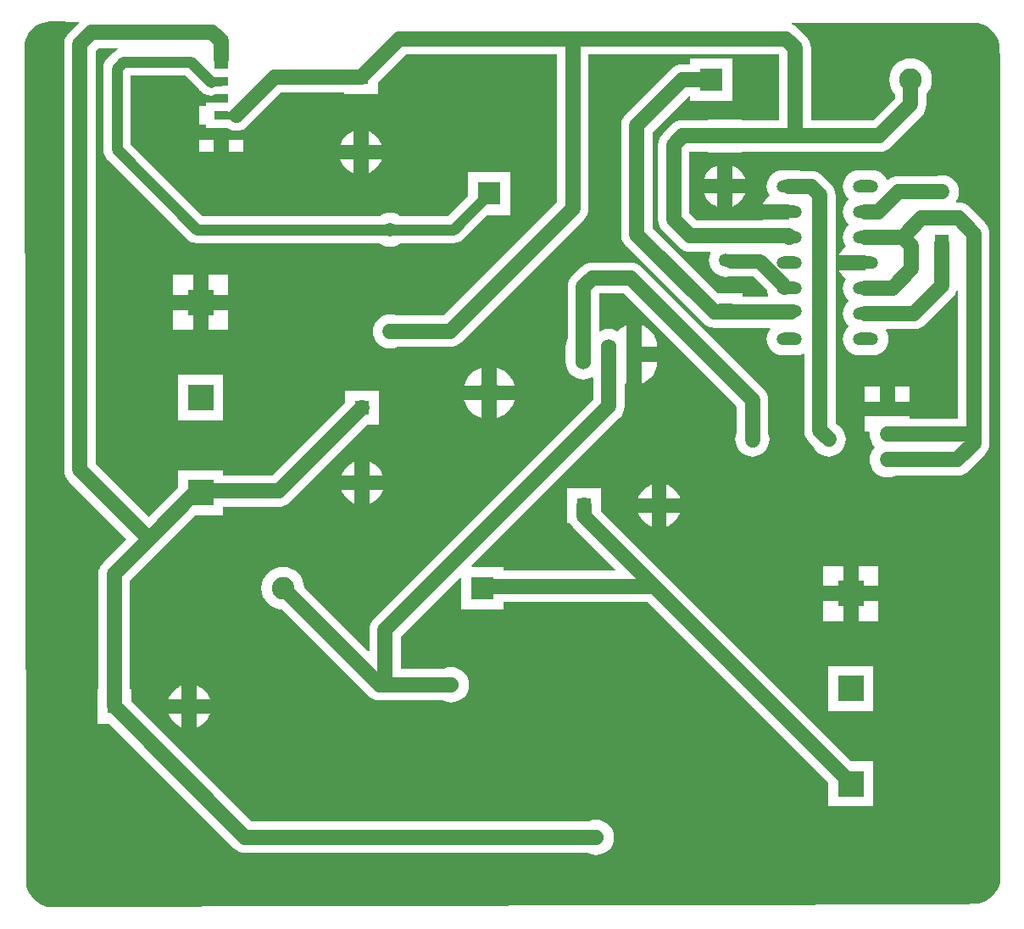
<source format=gtl>
G04*
G04 #@! TF.GenerationSoftware,Altium Limited,Altium Designer,22.5.1 (42)*
G04*
G04 Layer_Physical_Order=1*
G04 Layer_Color=255*
%FSLAX44Y44*%
%MOMM*%
G71*
G04*
G04 #@! TF.SameCoordinates,9AAE9822-52E9-4CA5-9BA1-C6C8D3A4EDC0*
G04*
G04*
G04 #@! TF.FilePolarity,Positive*
G04*
G01*
G75*
%ADD17R,1.4000X0.9500*%
%ADD34C,1.5240*%
%ADD35C,0.8000*%
%ADD36C,1.5000*%
%ADD37C,1.4000*%
%ADD38C,1.1000*%
%ADD39R,2.5000X2.5000*%
%ADD40C,2.2500*%
%ADD41R,2.2500X2.2500*%
%ADD42C,1.3500*%
%ADD43R,1.3500X1.3500*%
%ADD44C,1.4000*%
%ADD45R,1.4000X1.4000*%
%ADD46R,1.4000X1.4000*%
%ADD47C,1.5240*%
%ADD48O,2.5400X1.2700*%
%ADD49C,0.6000*%
%ADD50R,2.2500X2.2500*%
%ADD51O,1.5240X3.0480*%
%ADD52R,1.5000X1.5000*%
%ADD53C,1.5000*%
G36*
X11417Y743760D02*
X14348Y743756D01*
X14603Y743736D01*
X14604Y743756D01*
X40452Y743720D01*
X40937Y742547D01*
X30812Y732421D01*
X28860Y730043D01*
X27409Y727329D01*
X26516Y724385D01*
X26214Y721323D01*
Y295910D01*
X26516Y292848D01*
X27409Y289904D01*
X28860Y287190D01*
X30812Y284811D01*
X88638Y226985D01*
X65031Y203379D01*
X63080Y201000D01*
X61629Y198286D01*
X60736Y195342D01*
X60434Y192280D01*
Y76690D01*
X59130D01*
Y42690D01*
X70933D01*
X195842Y-82219D01*
X198220Y-84170D01*
X200934Y-85621D01*
X203878Y-86514D01*
X206940Y-86816D01*
X549516D01*
X550755Y-87478D01*
X554076Y-88485D01*
X557530Y-88825D01*
X560984Y-88485D01*
X564305Y-87478D01*
X567366Y-85841D01*
X570050Y-83639D01*
X572251Y-80956D01*
X573887Y-77895D01*
X574895Y-74574D01*
X575235Y-71120D01*
X574895Y-67666D01*
X573887Y-64345D01*
X572251Y-61283D01*
X570050Y-58601D01*
X567366Y-56399D01*
X564305Y-54763D01*
X560984Y-53755D01*
X557530Y-53415D01*
X554076Y-53755D01*
X550755Y-54763D01*
X549516Y-55424D01*
X213441D01*
X93130Y64887D01*
Y76690D01*
X91826D01*
Y185779D01*
X121933Y215887D01*
X121934Y215887D01*
X156847Y250800D01*
X184980D01*
Y259124D01*
X240530D01*
X243592Y259426D01*
X246537Y260319D01*
X249250Y261770D01*
X251628Y263722D01*
X329047Y341140D01*
X340850D01*
Y375140D01*
X306850D01*
Y363337D01*
X234029Y290516D01*
X184980D01*
Y295800D01*
X139980D01*
Y278327D01*
X110835Y249182D01*
X57606Y302411D01*
Y714821D01*
X60039Y717254D01*
X79601D01*
X80017Y716052D01*
X78375Y715372D01*
X75555Y713208D01*
X69112Y706765D01*
X66948Y703945D01*
X65588Y700660D01*
X65124Y697136D01*
Y616051D01*
X65588Y612527D01*
X66948Y609243D01*
X69112Y606423D01*
X149223Y526312D01*
X150242Y525530D01*
X152043Y524148D01*
X153967Y523351D01*
X155327Y522788D01*
X158851Y522323D01*
X341585D01*
X342300Y521737D01*
X345253Y520158D01*
X348457Y519186D01*
X351790Y518858D01*
X355123Y519186D01*
X358327Y520158D01*
X361280Y521737D01*
X361996Y522323D01*
X414850D01*
X418374Y522788D01*
X421658Y524148D01*
X424478Y526312D01*
X448857Y550690D01*
X472100D01*
Y593190D01*
X429600D01*
Y569947D01*
X409210Y549557D01*
X361996D01*
X361280Y550143D01*
X358327Y551722D01*
X355123Y552694D01*
X351790Y553022D01*
X348457Y552694D01*
X345253Y551722D01*
X342300Y550143D01*
X341585Y549557D01*
X164492D01*
X92357Y621692D01*
Y689964D01*
X147220D01*
X160880Y676303D01*
Y674740D01*
X162443D01*
X163321Y673861D01*
X166141Y671697D01*
X169426Y670337D01*
X172950Y669873D01*
X176474Y670337D01*
X179007Y671386D01*
X182130D01*
X182880Y671485D01*
Y662990D01*
X167880D01*
Y659740D01*
X160880D01*
Y647490D01*
Y640740D01*
X167880D01*
Y637490D01*
X182880D01*
X189034D01*
X189400Y637189D01*
X192113Y635739D01*
X195058Y634846D01*
X198120Y634544D01*
X201182Y634846D01*
X204127Y635739D01*
X204880Y636141D01*
Y636142D01*
X206840Y637190D01*
X209219Y639142D01*
X242721Y672644D01*
X305580D01*
Y671340D01*
X339580D01*
Y683143D01*
X367421Y710984D01*
X518597D01*
Y563654D01*
X404979Y450036D01*
X358489D01*
X358327Y450122D01*
X355123Y451094D01*
X351790Y451422D01*
X348457Y451094D01*
X345253Y450122D01*
X342300Y448543D01*
X339711Y446419D01*
X337587Y443830D01*
X336008Y440877D01*
X335036Y437673D01*
X334708Y434340D01*
X335036Y431007D01*
X336008Y427803D01*
X337587Y424850D01*
X339711Y422261D01*
X342300Y420137D01*
X345253Y418558D01*
X348457Y417586D01*
X351790Y417258D01*
X355123Y417586D01*
X358327Y418558D01*
X358489Y418644D01*
X411480D01*
X414542Y418946D01*
X417486Y419839D01*
X420200Y421290D01*
X422579Y423242D01*
X545391Y546054D01*
X547343Y548433D01*
X548793Y551146D01*
X549687Y554090D01*
X549988Y557152D01*
Y710984D01*
X740620D01*
Y645481D01*
X735330D01*
X732631Y645216D01*
X702550D01*
Y646270D01*
X669050D01*
Y645216D01*
X643927D01*
X640865Y644914D01*
X637921Y644021D01*
X635207Y642570D01*
X632829Y640619D01*
X623901Y631691D01*
X621950Y629313D01*
X620499Y626599D01*
X619606Y623655D01*
X619304Y620593D01*
Y546100D01*
X619606Y543038D01*
X620499Y540094D01*
X621950Y537380D01*
X623901Y535001D01*
X640412Y518492D01*
X642790Y516540D01*
X645504Y515089D01*
X648448Y514196D01*
X651510Y513894D01*
X671350D01*
X672003Y512805D01*
X671520Y511901D01*
X670562Y508744D01*
X670239Y505460D01*
X670562Y502176D01*
X671520Y499019D01*
X673075Y496109D01*
X675169Y493559D01*
X677719Y491465D01*
X680629Y489910D01*
X683786Y488952D01*
X687070Y488629D01*
X690354Y488952D01*
X691205Y489211D01*
X692150Y489117D01*
X714235D01*
X728005Y475348D01*
X728107Y474315D01*
X729042Y471233D01*
X729607Y470174D01*
X728954Y469085D01*
X703820D01*
Y472210D01*
X678846D01*
X613745Y537311D01*
Y633629D01*
X650140Y670024D01*
X651410Y669739D01*
Y664550D01*
X693910D01*
Y707050D01*
X651410D01*
Y701375D01*
X643890D01*
X640852Y701076D01*
X637930Y700189D01*
X635237Y698750D01*
X632877Y696813D01*
X587157Y651093D01*
X585220Y648733D01*
X583781Y646040D01*
X582894Y643119D01*
X582595Y640080D01*
Y530860D01*
X582894Y527822D01*
X583781Y524900D01*
X585220Y522207D01*
X587157Y519847D01*
X664507Y442497D01*
X666867Y440560D01*
X669560Y439121D01*
X670320Y438890D01*
Y438710D01*
X670913D01*
X672482Y438234D01*
X675520Y437935D01*
X730788D01*
X731331Y436787D01*
X730560Y435848D01*
X729042Y433007D01*
X728107Y429925D01*
X727791Y426720D01*
X728107Y423515D01*
X729042Y420433D01*
X730560Y417593D01*
X732603Y415103D01*
X735092Y413060D01*
X737933Y411541D01*
X741015Y410606D01*
X744220Y410291D01*
X756920D01*
X760125Y410606D01*
X763207Y411541D01*
X764386Y412171D01*
X765475Y411519D01*
Y335085D01*
X765774Y332046D01*
X766661Y329124D01*
X768100Y326432D01*
X770037Y324072D01*
X773835Y320273D01*
X773963Y319853D01*
X775541Y316900D01*
X777666Y314311D01*
X780254Y312187D01*
X783208Y310608D01*
X786412Y309636D01*
X789745Y309308D01*
X793077Y309636D01*
X796282Y310608D01*
X799235Y312187D01*
X801824Y314311D01*
X803948Y316900D01*
X805527Y319853D01*
X806499Y323057D01*
X806827Y326390D01*
X806499Y329723D01*
X805527Y332927D01*
X803948Y335880D01*
X801824Y338469D01*
X799235Y340593D01*
X796625Y341988D01*
Y570333D01*
X796326Y573372D01*
X795439Y576293D01*
X794000Y578986D01*
X792063Y581346D01*
X783276Y590133D01*
X780916Y592070D01*
X778223Y593509D01*
X775302Y594396D01*
X772263Y594695D01*
X761900D01*
X760125Y595233D01*
X756920Y595549D01*
X744220D01*
X741015Y595233D01*
X737933Y594299D01*
X735092Y592780D01*
X732603Y590737D01*
X730560Y588247D01*
X729042Y585407D01*
X728107Y582325D01*
X727791Y579120D01*
X728107Y575915D01*
X729042Y572833D01*
X730509Y570087D01*
X729050Y568890D01*
X726382Y565639D01*
X724400Y561930D01*
X724184Y561220D01*
X750570D01*
Y546220D01*
X723834D01*
X723141Y545286D01*
X658011D01*
X650696Y552601D01*
Y613824D01*
X669050D01*
Y612770D01*
X702550D01*
Y613824D01*
X735330D01*
X738029Y614090D01*
X744689D01*
X747388Y613824D01*
X840340D01*
X843402Y614126D01*
X846346Y615019D01*
X849060Y616470D01*
X851439Y618422D01*
X882758Y649742D01*
X884710Y652120D01*
X886161Y654834D01*
X887054Y657778D01*
X887356Y660840D01*
Y671429D01*
X889414Y673937D01*
X891387Y677629D01*
X892602Y681634D01*
X893013Y685800D01*
X892602Y689966D01*
X891387Y693971D01*
X889414Y697663D01*
X886759Y700899D01*
X883523Y703554D01*
X879831Y705527D01*
X875826Y706742D01*
X871660Y707153D01*
X867494Y706742D01*
X863489Y705527D01*
X859797Y703554D01*
X856561Y700899D01*
X853906Y697663D01*
X851933Y693971D01*
X850717Y689966D01*
X850307Y685800D01*
X850717Y681634D01*
X851933Y677629D01*
X853906Y673937D01*
X855964Y671429D01*
Y667341D01*
X833839Y645216D01*
X772011D01*
Y717753D01*
X771710Y720815D01*
X770817Y723759D01*
X769366Y726473D01*
X767414Y728851D01*
X758487Y737778D01*
X756108Y739730D01*
X753395Y741181D01*
X752416Y741478D01*
X752605Y742747D01*
X938840Y742493D01*
X942070Y741718D01*
X945956Y740108D01*
X949543Y737910D01*
X952742Y735178D01*
X955474Y731979D01*
X957672Y728392D01*
X959281Y724506D01*
X960264Y720415D01*
X960594Y716222D01*
X960451Y714408D01*
X960451Y714408D01*
X960475Y713771D01*
X960549Y713204D01*
X960549Y713204D01*
X960555Y713163D01*
X960793Y711351D01*
X960930Y711021D01*
X960929Y-115888D01*
X960162Y-119084D01*
X958552Y-122970D01*
X956354Y-126557D01*
X953622Y-129756D01*
X950424Y-132488D01*
X946837Y-134686D01*
X942950Y-136296D01*
X938860Y-137278D01*
X934666Y-137608D01*
X932853Y-137465D01*
X932853Y-137465D01*
X932215Y-137489D01*
X931648Y-137564D01*
X931648Y-137564D01*
X931607Y-137569D01*
X929795Y-137808D01*
X929343Y-137995D01*
X9826Y-140507D01*
X6620Y-139738D01*
X2734Y-138128D01*
X-853Y-135930D01*
X-4052Y-133198D01*
X-6784Y-129999D01*
X-8982Y-126412D01*
X-10591Y-122526D01*
X-11574Y-118435D01*
X-11904Y-114242D01*
X-11761Y-112429D01*
X-11761Y-112428D01*
X-11785Y-111791D01*
X-11859Y-111224D01*
X-11859Y-111223D01*
X-11865Y-111183D01*
X-11993Y-110205D01*
X-13509Y722014D01*
X-12707Y725355D01*
X-11097Y729241D01*
X-8899Y732828D01*
X-6167Y736027D01*
X-2968Y738759D01*
X619Y740957D01*
X4505Y742567D01*
X8595Y743549D01*
X11366Y743767D01*
X11417Y743760D01*
D02*
G37*
%LPC*%
G36*
X330080Y634055D02*
Y620840D01*
X343295D01*
X343004Y621800D01*
X340961Y625622D01*
X338212Y628972D01*
X334862Y631721D01*
X331040Y633764D01*
X330080Y634055D01*
D02*
G37*
G36*
X315080D02*
X314120Y633764D01*
X310298Y631721D01*
X306948Y628972D01*
X304199Y625622D01*
X302156Y621800D01*
X301865Y620840D01*
X315080D01*
Y634055D01*
D02*
G37*
G36*
X204880Y625740D02*
X190380D01*
Y613490D01*
X204880D01*
Y625740D01*
D02*
G37*
G36*
X175380D02*
X160880D01*
Y613490D01*
X175380D01*
Y625740D01*
D02*
G37*
G36*
X343295Y605840D02*
X330080D01*
Y592625D01*
X331040Y592916D01*
X334862Y594959D01*
X338212Y597708D01*
X340961Y601058D01*
X343004Y604880D01*
X343295Y605840D01*
D02*
G37*
G36*
X315080D02*
X301865D01*
X302156Y604880D01*
X304199Y601058D01*
X306948Y597708D01*
X310298Y594959D01*
X314120Y592916D01*
X315080Y592625D01*
Y605840D01*
D02*
G37*
G36*
X693300Y599974D02*
Y587020D01*
X706254D01*
X705992Y587884D01*
X703972Y591662D01*
X701254Y594974D01*
X697942Y597692D01*
X694164Y599712D01*
X693300Y599974D01*
D02*
G37*
G36*
X678300D02*
X677436Y599712D01*
X673658Y597692D01*
X670346Y594974D01*
X667628Y591662D01*
X665608Y587884D01*
X665346Y587020D01*
X678300D01*
Y599974D01*
D02*
G37*
G36*
X706254Y572020D02*
X693300D01*
Y559066D01*
X694164Y559328D01*
X697942Y561348D01*
X701254Y564066D01*
X703972Y567378D01*
X705992Y571156D01*
X706254Y572020D01*
D02*
G37*
G36*
X678300D02*
X665346D01*
X665608Y571156D01*
X667628Y567378D01*
X670346Y564066D01*
X673658Y561348D01*
X677436Y559328D01*
X678300Y559066D01*
Y572020D01*
D02*
G37*
G36*
X190060Y490800D02*
X170060D01*
Y470800D01*
X190060D01*
Y490800D01*
D02*
G37*
G36*
X155060D02*
X135060D01*
Y470800D01*
X155060D01*
Y490800D01*
D02*
G37*
G36*
X190060Y455800D02*
X170060D01*
Y435800D01*
X190060D01*
Y455800D01*
D02*
G37*
G36*
X155060D02*
X135060D01*
Y435800D01*
X155060D01*
Y455800D01*
D02*
G37*
G36*
X603130Y440463D02*
Y418980D01*
X618359D01*
Y419100D01*
X617923Y423534D01*
X616629Y427798D01*
X614529Y431728D01*
X611702Y435172D01*
X608258Y437999D01*
X604328Y440099D01*
X603130Y440463D01*
D02*
G37*
G36*
X618359Y403980D02*
X603130D01*
Y382497D01*
X604328Y382861D01*
X608258Y384961D01*
X611702Y387788D01*
X614529Y391232D01*
X616629Y395162D01*
X617923Y399426D01*
X618359Y403860D01*
Y403980D01*
D02*
G37*
G36*
X458350Y398135D02*
Y380440D01*
X476045D01*
X475892Y381077D01*
X474311Y384894D01*
X472152Y388417D01*
X469469Y391559D01*
X466327Y394242D01*
X462804Y396401D01*
X458987Y397982D01*
X458350Y398135D01*
D02*
G37*
G36*
X443350D02*
X442713Y397982D01*
X438896Y396401D01*
X435373Y394242D01*
X432231Y391559D01*
X429548Y388417D01*
X427389Y384894D01*
X425808Y381077D01*
X425655Y380440D01*
X443350D01*
Y398135D01*
D02*
G37*
G36*
X870860Y379370D02*
X855860D01*
Y364370D01*
X870860D01*
Y379370D01*
D02*
G37*
G36*
X840860D02*
X825860D01*
Y364370D01*
X840860D01*
Y379370D01*
D02*
G37*
G36*
X476045Y365440D02*
X458350D01*
Y347745D01*
X458987Y347898D01*
X462804Y349479D01*
X466327Y351638D01*
X469469Y354321D01*
X472152Y357463D01*
X474311Y360986D01*
X475892Y364803D01*
X476045Y365440D01*
D02*
G37*
G36*
X443350D02*
X425655D01*
X425808Y364803D01*
X427389Y360986D01*
X429548Y357463D01*
X432231Y354321D01*
X435373Y351638D01*
X438896Y349479D01*
X442713Y347898D01*
X443350Y347745D01*
Y365440D01*
D02*
G37*
G36*
X833120Y595549D02*
X820420D01*
X817215Y595233D01*
X814133Y594299D01*
X811292Y592780D01*
X808803Y590737D01*
X806760Y588247D01*
X805241Y585407D01*
X804306Y582325D01*
X803991Y579120D01*
X804306Y575915D01*
X805241Y572833D01*
X806760Y569992D01*
X808803Y567503D01*
X809349Y567055D01*
Y565785D01*
X808803Y565337D01*
X806760Y562848D01*
X805241Y560007D01*
X804306Y556925D01*
X803991Y553720D01*
X804306Y550515D01*
X805241Y547433D01*
X806760Y544593D01*
X808803Y542103D01*
X809349Y541655D01*
Y540385D01*
X808803Y539937D01*
X806760Y537448D01*
X805241Y534607D01*
X804306Y531525D01*
X803991Y528320D01*
X804306Y525115D01*
X805241Y522033D01*
X806709Y519287D01*
X805250Y518090D01*
X802582Y514839D01*
X800600Y511130D01*
X800384Y510420D01*
X826770D01*
Y495420D01*
X800384D01*
X800600Y494710D01*
X802582Y491001D01*
X805250Y487750D01*
X806709Y486553D01*
X805241Y483807D01*
X804306Y480725D01*
X803991Y477520D01*
X804306Y474315D01*
X805241Y471233D01*
X806760Y468392D01*
X808803Y465903D01*
X809349Y465455D01*
Y464185D01*
X808803Y463737D01*
X806760Y461247D01*
X805241Y458407D01*
X804306Y455325D01*
X803991Y452120D01*
X804306Y448915D01*
X805241Y445833D01*
X806760Y442993D01*
X808803Y440503D01*
X809349Y440055D01*
Y438785D01*
X808803Y438337D01*
X806760Y435848D01*
X805241Y433007D01*
X804306Y429925D01*
X803991Y426720D01*
X804306Y423515D01*
X805241Y420433D01*
X806760Y417593D01*
X808803Y415103D01*
X811292Y413060D01*
X814133Y411541D01*
X817215Y410606D01*
X820420Y410291D01*
X833120D01*
X836325Y410606D01*
X839407Y411541D01*
X842247Y413060D01*
X844737Y415103D01*
X846780Y417593D01*
X848298Y420433D01*
X849233Y423515D01*
X849549Y426720D01*
X849233Y429925D01*
X848298Y433007D01*
X847151Y435154D01*
X847912Y436424D01*
X875030D01*
X878092Y436726D01*
X881036Y437619D01*
X883750Y439070D01*
X886128Y441021D01*
X914069Y468961D01*
X916020Y471340D01*
X917471Y474054D01*
X917914Y475515D01*
X919184Y475326D01*
Y347166D01*
X870860D01*
Y349370D01*
X848360D01*
X825860D01*
Y334370D01*
X830115D01*
X830968Y333429D01*
X830775Y331470D01*
X831113Y328039D01*
X832114Y324741D01*
X833739Y321701D01*
X835381Y319700D01*
X835805Y318770D01*
X835381Y317840D01*
X833739Y315840D01*
X832114Y312799D01*
X831113Y309501D01*
X830775Y306070D01*
X831113Y302639D01*
X832114Y299341D01*
X833739Y296301D01*
X835926Y293636D01*
X838590Y291449D01*
X841631Y289824D01*
X844929Y288823D01*
X848360Y288485D01*
X851791Y288823D01*
X855089Y289824D01*
X856119Y290374D01*
X918210D01*
X921272Y290676D01*
X924216Y291569D01*
X926930Y293020D01*
X929308Y294972D01*
X945978Y311641D01*
X947930Y314020D01*
X949380Y316733D01*
X950274Y319678D01*
X950575Y322740D01*
Y331470D01*
Y531970D01*
X950274Y535032D01*
X949380Y537977D01*
X947930Y540690D01*
X945978Y543069D01*
X930579Y558469D01*
X928200Y560420D01*
X925486Y561871D01*
X922542Y562764D01*
X919480Y563066D01*
X917446D01*
X916903Y564214D01*
X916965Y564289D01*
X918520Y567199D01*
X919478Y570356D01*
X919801Y573640D01*
X919478Y576924D01*
X918520Y580081D01*
X916965Y582991D01*
X914871Y585541D01*
X912321Y587635D01*
X909411Y589190D01*
X906254Y590148D01*
X902970Y590471D01*
X899687Y590148D01*
X897010Y589336D01*
X859390D01*
X856328Y589034D01*
X853384Y588141D01*
X850670Y586690D01*
X849450Y585689D01*
X847934Y586088D01*
X846780Y588247D01*
X844737Y590737D01*
X842247Y592780D01*
X839407Y594299D01*
X836325Y595233D01*
X833120Y595549D01*
D02*
G37*
G36*
X185060Y390800D02*
X140060D01*
Y345800D01*
X185060D01*
Y390800D01*
D02*
G37*
G36*
X591820Y503255D02*
X553617D01*
X550578Y502956D01*
X547657Y502069D01*
X544964Y500630D01*
X542604Y498693D01*
X533817Y489906D01*
X531880Y487546D01*
X530441Y484854D01*
X529554Y481932D01*
X529255Y478893D01*
Y427340D01*
X528473Y425876D01*
X527465Y422554D01*
X527125Y419100D01*
Y403860D01*
X527465Y400406D01*
X528473Y397085D01*
X530109Y394024D01*
X532310Y391340D01*
X534994Y389139D01*
X538055Y387503D01*
X541376Y386495D01*
X544830Y386155D01*
X548284Y386495D01*
X551605Y387503D01*
X553445Y388486D01*
X554534Y387833D01*
Y365911D01*
X335611Y146988D01*
X333660Y144610D01*
X332209Y141896D01*
X331316Y138952D01*
X331014Y135890D01*
Y115312D01*
X329841Y114826D01*
X265931Y178736D01*
X265613Y181966D01*
X264397Y185971D01*
X262424Y189663D01*
X259769Y192899D01*
X256533Y195554D01*
X252841Y197527D01*
X248836Y198743D01*
X244670Y199153D01*
X240504Y198743D01*
X236499Y197527D01*
X232807Y195554D01*
X229571Y192899D01*
X226916Y189663D01*
X224943Y185971D01*
X223727Y181966D01*
X223317Y177800D01*
X223727Y173634D01*
X224943Y169629D01*
X226916Y165937D01*
X229571Y162701D01*
X232807Y160046D01*
X236499Y158073D01*
X240504Y156858D01*
X243734Y156539D01*
X330092Y70181D01*
X332470Y68230D01*
X335184Y66779D01*
X338128Y65886D01*
X341190Y65584D01*
X404736D01*
X405975Y64922D01*
X409296Y63915D01*
X412750Y63575D01*
X416204Y63915D01*
X419525Y64922D01*
X422587Y66559D01*
X425270Y68760D01*
X427471Y71444D01*
X429108Y74504D01*
X430115Y77826D01*
X430455Y81280D01*
X430115Y84734D01*
X429108Y88055D01*
X427471Y91117D01*
X425270Y93799D01*
X422587Y96001D01*
X419525Y97638D01*
X416204Y98645D01*
X412750Y98985D01*
X409296Y98645D01*
X405975Y97638D01*
X404736Y96976D01*
X362406D01*
Y129389D01*
X421247Y188230D01*
X422420Y187744D01*
Y156550D01*
X464920D01*
Y164255D01*
X608989D01*
X789520Y-16276D01*
Y-40030D01*
X834520D01*
Y4970D01*
X812326D01*
X626453Y190843D01*
X562430Y254866D01*
Y277350D01*
X528430D01*
Y243350D01*
X531324D01*
X532480Y241187D01*
X534417Y238827D01*
X576665Y196578D01*
X576179Y195405D01*
X464920D01*
Y199050D01*
X433726D01*
X433240Y200223D01*
X581329Y348312D01*
X583280Y350690D01*
X584731Y353404D01*
X585624Y356348D01*
X585926Y359410D01*
Y382169D01*
X587196Y382781D01*
X588130Y382497D01*
Y411480D01*
Y440463D01*
X586932Y440099D01*
X583002Y437999D01*
X579558Y435172D01*
X578942Y434422D01*
X577006Y435457D01*
X573684Y436465D01*
X570230Y436805D01*
X566776Y436465D01*
X563455Y435457D01*
X561494Y434410D01*
X560405Y435063D01*
Y472105D01*
X585369D01*
X698165Y359309D01*
Y333680D01*
X697763Y332927D01*
X696791Y329723D01*
X696462Y326390D01*
X696791Y323057D01*
X697763Y319853D01*
X699341Y316900D01*
X701466Y314311D01*
X704054Y312187D01*
X707008Y310608D01*
X710212Y309636D01*
X713545Y309308D01*
X716877Y309636D01*
X720082Y310608D01*
X723035Y312187D01*
X725624Y314311D01*
X727748Y316900D01*
X729327Y319853D01*
X730299Y323057D01*
X730627Y326390D01*
X730299Y329723D01*
X729327Y332927D01*
X729315Y332949D01*
Y365760D01*
X729016Y368798D01*
X728129Y371720D01*
X726690Y374413D01*
X724753Y376773D01*
X602833Y498693D01*
X600473Y500630D01*
X597780Y502069D01*
X594859Y502956D01*
X591820Y503255D01*
D02*
G37*
G36*
X331350Y303855D02*
Y290640D01*
X344565D01*
X344274Y291600D01*
X342231Y295422D01*
X339482Y298772D01*
X336132Y301521D01*
X332310Y303564D01*
X331350Y303855D01*
D02*
G37*
G36*
X316350D02*
X315390Y303564D01*
X311568Y301521D01*
X308218Y298772D01*
X305469Y295422D01*
X303426Y291600D01*
X303135Y290640D01*
X316350D01*
Y303855D01*
D02*
G37*
G36*
X627930Y281065D02*
Y267850D01*
X641145D01*
X640854Y268810D01*
X638811Y272632D01*
X636062Y275982D01*
X632712Y278731D01*
X628890Y280774D01*
X627930Y281065D01*
D02*
G37*
G36*
X612930D02*
X611970Y280774D01*
X608148Y278731D01*
X604798Y275982D01*
X602049Y272632D01*
X600006Y268810D01*
X599715Y267850D01*
X612930D01*
Y281065D01*
D02*
G37*
G36*
X344565Y275640D02*
X331350D01*
Y262425D01*
X332310Y262716D01*
X336132Y264759D01*
X339482Y267508D01*
X342231Y270858D01*
X344274Y274680D01*
X344565Y275640D01*
D02*
G37*
G36*
X316350D02*
X303135D01*
X303426Y274680D01*
X305469Y270858D01*
X308218Y267508D01*
X311568Y264759D01*
X315390Y262716D01*
X316350Y262425D01*
Y275640D01*
D02*
G37*
G36*
X641145Y252850D02*
X627930D01*
Y239635D01*
X628890Y239926D01*
X632712Y241969D01*
X636062Y244718D01*
X638811Y248068D01*
X640854Y251890D01*
X641145Y252850D01*
D02*
G37*
G36*
X612930D02*
X599715D01*
X600006Y251890D01*
X602049Y248068D01*
X604798Y244718D01*
X608148Y241969D01*
X611970Y239926D01*
X612930Y239635D01*
Y252850D01*
D02*
G37*
G36*
X839600Y199970D02*
X819600D01*
Y179970D01*
X839600D01*
Y199970D01*
D02*
G37*
G36*
X804600D02*
X784600D01*
Y179970D01*
X804600D01*
Y199970D01*
D02*
G37*
G36*
X839600Y164970D02*
X819600D01*
Y144970D01*
X839600D01*
Y164970D01*
D02*
G37*
G36*
X804600D02*
X784600D01*
Y144970D01*
X804600D01*
Y164970D01*
D02*
G37*
G36*
X158630Y80405D02*
Y67190D01*
X171845D01*
X171554Y68150D01*
X169511Y71972D01*
X166762Y75322D01*
X163412Y78071D01*
X159590Y80114D01*
X158630Y80405D01*
D02*
G37*
G36*
X143630D02*
X142670Y80114D01*
X138848Y78071D01*
X135498Y75322D01*
X132749Y71972D01*
X130706Y68150D01*
X130415Y67190D01*
X143630D01*
Y80405D01*
D02*
G37*
G36*
X834520Y99970D02*
X789520D01*
Y54970D01*
X834520D01*
Y99970D01*
D02*
G37*
G36*
X171845Y52190D02*
X158630D01*
Y38975D01*
X159590Y39266D01*
X163412Y41309D01*
X166762Y44058D01*
X169511Y47408D01*
X171554Y51230D01*
X171845Y52190D01*
D02*
G37*
G36*
X143630D02*
X130415D01*
X130706Y51230D01*
X132749Y47408D01*
X135498Y44058D01*
X138848Y41309D01*
X142670Y39266D01*
X143630Y38975D01*
Y52190D01*
D02*
G37*
%LPD*%
D17*
X182880Y633240D02*
D03*
Y701240D02*
D03*
Y684240D02*
D03*
Y667240D02*
D03*
Y650240D02*
D03*
D34*
X198120D02*
X236220Y688340D01*
X322580D01*
X902970Y480060D02*
Y522002D01*
X875030Y452120D02*
X902970Y480060D01*
X863803Y528320D02*
X872650Y519473D01*
X853440Y477520D02*
X872650Y496730D01*
Y519473D01*
X919480Y547370D02*
X934880Y531970D01*
Y331470D02*
Y531970D01*
X863803Y528320D02*
X882853Y547370D01*
X919480D01*
X826770Y528320D02*
X863803D01*
X859390Y573640D02*
X902970D01*
X839470Y553720D02*
X859390Y573640D01*
X53537Y732950D02*
X105016D01*
X41910Y721323D02*
X53537Y732950D01*
X110835Y226985D02*
X158670Y274820D01*
X41910Y295910D02*
Y721323D01*
X360920Y726680D02*
X747388D01*
X643927Y629520D02*
X735330D01*
X635000Y546100D02*
Y620593D01*
X643927Y629520D01*
X635000Y546100D02*
X651510Y529590D01*
X749300D01*
X762870Y629520D02*
X840340D01*
X871660Y660840D01*
X41910Y295910D02*
X110835Y226985D01*
X848360Y331470D02*
X934880D01*
Y322740D02*
Y331470D01*
X534292Y557152D02*
Y726680D01*
X534292Y726680D01*
X322580Y688340D02*
X360920Y726680D01*
X848360Y306070D02*
X918210D01*
X934880Y322740D01*
X411480Y434340D02*
X534292Y557152D01*
X351790Y434340D02*
X411480D01*
X76130Y192280D02*
X110835Y226985D01*
X76130Y59690D02*
X206940Y-71120D01*
X557530D01*
X346710Y135890D02*
X570230Y359410D01*
X346710Y86167D02*
Y135890D01*
X341190Y81280D02*
X412750D01*
X570230Y359410D02*
Y411480D01*
X244670Y177800D02*
X341190Y81280D01*
X240530Y274820D02*
X323850Y358140D01*
X158670Y274820D02*
X240530D01*
X76130Y59690D02*
Y192280D01*
X826770Y452120D02*
X875030D01*
X826770Y553720D02*
X839470D01*
X826770Y477520D02*
X853440D01*
X762870Y629520D02*
X762870Y629520D01*
X747388Y629520D02*
X762870D01*
X735330Y629786D02*
X747388D01*
X749300Y529590D02*
X750570Y528320D01*
X756316Y632460D02*
Y717753D01*
X871660Y660840D02*
Y685800D01*
X747388Y726680D02*
X756316Y717753D01*
D35*
X182880Y650240D02*
X198120D01*
X172950Y683490D02*
X182130D01*
X182880Y684240D01*
D36*
X750570Y579120D02*
X772263D01*
X781050Y570333D01*
Y335085D02*
Y570333D01*
Y335085D02*
X789745Y326390D01*
X105136Y733070D02*
X174093D01*
X182880Y724283D01*
X105016Y732950D02*
X105136Y733070D01*
X182880Y706120D02*
Y724283D01*
X687070Y453510D02*
X751840D01*
X675520D02*
X687070D01*
X598170Y530860D02*
X675520Y453510D01*
X598170Y530860D02*
Y640080D01*
X643890Y685800D01*
X672660D01*
X591820Y487680D02*
X713740Y365760D01*
X553617Y487680D02*
X591820D01*
X713740Y325857D02*
Y365760D01*
X544830Y411480D02*
Y478893D01*
X553617Y487680D01*
X615440Y179830D02*
X812800Y-17530D01*
X545430Y249840D02*
X615440Y179830D01*
X443670Y177800D02*
X445700Y179830D01*
X615440D01*
X545430Y249840D02*
Y260350D01*
D37*
X744870Y478010D02*
Y479798D01*
X692150Y504190D02*
X720478D01*
X744870Y479798D01*
D38*
X85184Y703580D02*
X152860D01*
X78740Y616051D02*
Y697136D01*
X85184Y703580D01*
X78740Y616051D02*
X158851Y535940D01*
X152860Y703580D02*
X172950Y683490D01*
X158851Y535940D02*
X350978D01*
X351790D02*
X414850D01*
X450850Y571940D01*
D39*
X162560Y368300D02*
D03*
X162480Y273300D02*
D03*
X162560Y463300D02*
D03*
X812020Y77470D02*
D03*
X812100Y172470D02*
D03*
X812020Y-17530D02*
D03*
D40*
X871660Y685800D02*
D03*
X450850Y372940D02*
D03*
X244670Y177800D02*
D03*
D41*
X672660Y685800D02*
D03*
X443670Y177800D02*
D03*
D42*
X902970Y573640D02*
D03*
X687070Y505460D02*
D03*
X685800Y579520D02*
D03*
D43*
X902970Y523640D02*
D03*
X687070Y455460D02*
D03*
X685800Y629520D02*
D03*
D44*
X713545Y326390D02*
D03*
X789745D02*
D03*
X322580Y613340D02*
D03*
X323850Y283140D02*
D03*
X151130Y59690D02*
D03*
X620430Y260350D02*
D03*
X351790Y535940D02*
D03*
Y434340D02*
D03*
D45*
X322580Y688340D02*
D03*
X323850Y358140D02*
D03*
D46*
X76130Y59690D02*
D03*
X545430Y260350D02*
D03*
D47*
X557530Y-71120D02*
D03*
X412750Y81280D02*
D03*
D48*
X826770Y452120D02*
D03*
Y553720D02*
D03*
Y579120D02*
D03*
X750570D02*
D03*
Y553720D02*
D03*
Y528320D02*
D03*
Y477520D02*
D03*
Y454660D02*
D03*
X826770Y477520D02*
D03*
Y502920D02*
D03*
Y528320D02*
D03*
X750570Y502920D02*
D03*
Y426720D02*
D03*
X826770D02*
D03*
D49*
Y579120D02*
D03*
D50*
X450850Y571940D02*
D03*
D51*
X544830Y411480D02*
D03*
X570230D02*
D03*
X595630D02*
D03*
D52*
X848360Y356870D02*
D03*
D53*
Y331470D02*
D03*
Y306070D02*
D03*
M02*

</source>
